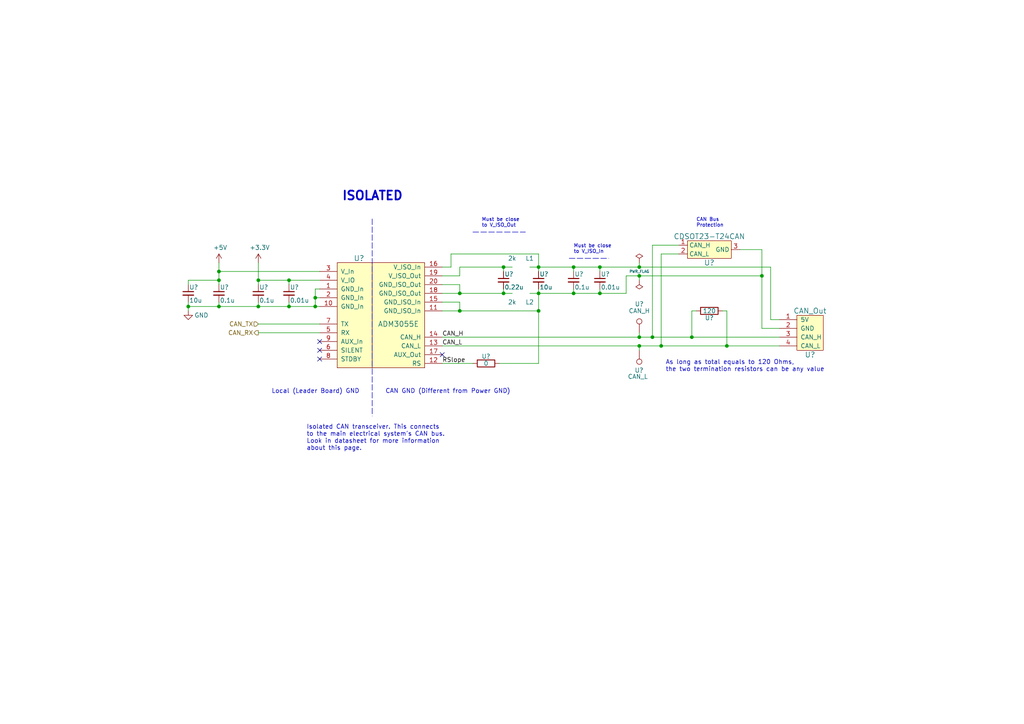
<source format=kicad_sch>
(kicad_sch (version 20211123) (generator eeschema)

  (uuid d1aa2832-30f2-476e-b18e-71e1d7da5abc)

  (paper "A4")

  (lib_symbols
    (symbol "Connector:TestPoint" (pin_numbers hide) (pin_names (offset 0.762) hide) (in_bom yes) (on_board yes)
      (property "Reference" "TP" (id 0) (at 0 6.858 0)
        (effects (font (size 1.27 1.27)))
      )
      (property "Value" "TestPoint" (id 1) (at 0 5.08 0)
        (effects (font (size 1.27 1.27)))
      )
      (property "Footprint" "" (id 2) (at 5.08 0 0)
        (effects (font (size 1.27 1.27)) hide)
      )
      (property "Datasheet" "~" (id 3) (at 5.08 0 0)
        (effects (font (size 1.27 1.27)) hide)
      )
      (property "ki_keywords" "test point tp" (id 4) (at 0 0 0)
        (effects (font (size 1.27 1.27)) hide)
      )
      (property "ki_description" "test point" (id 5) (at 0 0 0)
        (effects (font (size 1.27 1.27)) hide)
      )
      (property "ki_fp_filters" "Pin* Test*" (id 6) (at 0 0 0)
        (effects (font (size 1.27 1.27)) hide)
      )
      (symbol "TestPoint_0_1"
        (circle (center 0 3.302) (radius 0.762)
          (stroke (width 0) (type default) (color 0 0 0 0))
          (fill (type none))
        )
      )
      (symbol "TestPoint_1_1"
        (pin passive line (at 0 0 90) (length 2.54)
          (name "1" (effects (font (size 1.27 1.27))))
          (number "1" (effects (font (size 1.27 1.27))))
        )
      )
    )
    (symbol "Device:C_Small" (pin_numbers hide) (pin_names (offset 0.254) hide) (in_bom yes) (on_board yes)
      (property "Reference" "C" (id 0) (at 0.254 1.778 0)
        (effects (font (size 1.27 1.27)) (justify left))
      )
      (property "Value" "C_Small" (id 1) (at 0.254 -2.032 0)
        (effects (font (size 1.27 1.27)) (justify left))
      )
      (property "Footprint" "" (id 2) (at 0 0 0)
        (effects (font (size 1.27 1.27)) hide)
      )
      (property "Datasheet" "~" (id 3) (at 0 0 0)
        (effects (font (size 1.27 1.27)) hide)
      )
      (property "ki_keywords" "capacitor cap" (id 4) (at 0 0 0)
        (effects (font (size 1.27 1.27)) hide)
      )
      (property "ki_description" "Unpolarized capacitor, small symbol" (id 5) (at 0 0 0)
        (effects (font (size 1.27 1.27)) hide)
      )
      (property "ki_fp_filters" "C_*" (id 6) (at 0 0 0)
        (effects (font (size 1.27 1.27)) hide)
      )
      (symbol "C_Small_0_1"
        (polyline
          (pts
            (xy -1.524 -0.508)
            (xy 1.524 -0.508)
          )
          (stroke (width 0.3302) (type default) (color 0 0 0 0))
          (fill (type none))
        )
        (polyline
          (pts
            (xy -1.524 0.508)
            (xy 1.524 0.508)
          )
          (stroke (width 0.3048) (type default) (color 0 0 0 0))
          (fill (type none))
        )
      )
      (symbol "C_Small_1_1"
        (pin passive line (at 0 2.54 270) (length 2.032)
          (name "~" (effects (font (size 1.27 1.27))))
          (number "1" (effects (font (size 1.27 1.27))))
        )
        (pin passive line (at 0 -2.54 90) (length 2.032)
          (name "~" (effects (font (size 1.27 1.27))))
          (number "2" (effects (font (size 1.27 1.27))))
        )
      )
    )
    (symbol "Device:R" (pin_numbers hide) (pin_names (offset 0)) (in_bom yes) (on_board yes)
      (property "Reference" "R" (id 0) (at 2.032 0 90)
        (effects (font (size 1.27 1.27)))
      )
      (property "Value" "R" (id 1) (at 0 0 90)
        (effects (font (size 1.27 1.27)))
      )
      (property "Footprint" "" (id 2) (at -1.778 0 90)
        (effects (font (size 1.27 1.27)) hide)
      )
      (property "Datasheet" "~" (id 3) (at 0 0 0)
        (effects (font (size 1.27 1.27)) hide)
      )
      (property "ki_keywords" "R res resistor" (id 4) (at 0 0 0)
        (effects (font (size 1.27 1.27)) hide)
      )
      (property "ki_description" "Resistor" (id 5) (at 0 0 0)
        (effects (font (size 1.27 1.27)) hide)
      )
      (property "ki_fp_filters" "R_*" (id 6) (at 0 0 0)
        (effects (font (size 1.27 1.27)) hide)
      )
      (symbol "R_0_1"
        (rectangle (start -1.016 -2.54) (end 1.016 2.54)
          (stroke (width 0.254) (type default) (color 0 0 0 0))
          (fill (type none))
        )
      )
      (symbol "R_1_1"
        (pin passive line (at 0 3.81 270) (length 1.27)
          (name "~" (effects (font (size 1.27 1.27))))
          (number "1" (effects (font (size 1.27 1.27))))
        )
        (pin passive line (at 0 -3.81 90) (length 1.27)
          (name "~" (effects (font (size 1.27 1.27))))
          (number "2" (effects (font (size 1.27 1.27))))
        )
      )
    )
    (symbol "power:+3.3V" (power) (pin_names (offset 0)) (in_bom yes) (on_board yes)
      (property "Reference" "#PWR" (id 0) (at 0 -3.81 0)
        (effects (font (size 1.27 1.27)) hide)
      )
      (property "Value" "+3.3V" (id 1) (at 0 3.556 0)
        (effects (font (size 1.27 1.27)))
      )
      (property "Footprint" "" (id 2) (at 0 0 0)
        (effects (font (size 1.27 1.27)) hide)
      )
      (property "Datasheet" "" (id 3) (at 0 0 0)
        (effects (font (size 1.27 1.27)) hide)
      )
      (property "ki_keywords" "power-flag" (id 4) (at 0 0 0)
        (effects (font (size 1.27 1.27)) hide)
      )
      (property "ki_description" "Power symbol creates a global label with name \"+3.3V\"" (id 5) (at 0 0 0)
        (effects (font (size 1.27 1.27)) hide)
      )
      (symbol "+3.3V_0_1"
        (polyline
          (pts
            (xy -0.762 1.27)
            (xy 0 2.54)
          )
          (stroke (width 0) (type default) (color 0 0 0 0))
          (fill (type none))
        )
        (polyline
          (pts
            (xy 0 0)
            (xy 0 2.54)
          )
          (stroke (width 0) (type default) (color 0 0 0 0))
          (fill (type none))
        )
        (polyline
          (pts
            (xy 0 2.54)
            (xy 0.762 1.27)
          )
          (stroke (width 0) (type default) (color 0 0 0 0))
          (fill (type none))
        )
      )
      (symbol "+3.3V_1_1"
        (pin power_in line (at 0 0 90) (length 0) hide
          (name "+3.3V" (effects (font (size 1.27 1.27))))
          (number "1" (effects (font (size 1.27 1.27))))
        )
      )
    )
    (symbol "power:+5V" (power) (pin_names (offset 0)) (in_bom yes) (on_board yes)
      (property "Reference" "#PWR" (id 0) (at 0 -3.81 0)
        (effects (font (size 1.27 1.27)) hide)
      )
      (property "Value" "+5V" (id 1) (at 0 3.556 0)
        (effects (font (size 1.27 1.27)))
      )
      (property "Footprint" "" (id 2) (at 0 0 0)
        (effects (font (size 1.27 1.27)) hide)
      )
      (property "Datasheet" "" (id 3) (at 0 0 0)
        (effects (font (size 1.27 1.27)) hide)
      )
      (property "ki_keywords" "power-flag" (id 4) (at 0 0 0)
        (effects (font (size 1.27 1.27)) hide)
      )
      (property "ki_description" "Power symbol creates a global label with name \"+5V\"" (id 5) (at 0 0 0)
        (effects (font (size 1.27 1.27)) hide)
      )
      (symbol "+5V_0_1"
        (polyline
          (pts
            (xy -0.762 1.27)
            (xy 0 2.54)
          )
          (stroke (width 0) (type default) (color 0 0 0 0))
          (fill (type none))
        )
        (polyline
          (pts
            (xy 0 0)
            (xy 0 2.54)
          )
          (stroke (width 0) (type default) (color 0 0 0 0))
          (fill (type none))
        )
        (polyline
          (pts
            (xy 0 2.54)
            (xy 0.762 1.27)
          )
          (stroke (width 0) (type default) (color 0 0 0 0))
          (fill (type none))
        )
      )
      (symbol "+5V_1_1"
        (pin power_in line (at 0 0 90) (length 0) hide
          (name "+5V" (effects (font (size 1.27 1.27))))
          (number "1" (effects (font (size 1.27 1.27))))
        )
      )
    )
    (symbol "power:GND" (power) (pin_names (offset 0)) (in_bom yes) (on_board yes)
      (property "Reference" "#PWR" (id 0) (at 0 -6.35 0)
        (effects (font (size 1.27 1.27)) hide)
      )
      (property "Value" "GND" (id 1) (at 0 -3.81 0)
        (effects (font (size 1.27 1.27)))
      )
      (property "Footprint" "" (id 2) (at 0 0 0)
        (effects (font (size 1.27 1.27)) hide)
      )
      (property "Datasheet" "" (id 3) (at 0 0 0)
        (effects (font (size 1.27 1.27)) hide)
      )
      (property "ki_keywords" "power-flag" (id 4) (at 0 0 0)
        (effects (font (size 1.27 1.27)) hide)
      )
      (property "ki_description" "Power symbol creates a global label with name \"GND\" , ground" (id 5) (at 0 0 0)
        (effects (font (size 1.27 1.27)) hide)
      )
      (symbol "GND_0_1"
        (polyline
          (pts
            (xy 0 0)
            (xy 0 -1.27)
            (xy 1.27 -1.27)
            (xy 0 -2.54)
            (xy -1.27 -1.27)
            (xy 0 -1.27)
          )
          (stroke (width 0) (type default) (color 0 0 0 0))
          (fill (type none))
        )
      )
      (symbol "GND_1_1"
        (pin power_in line (at 0 0 270) (length 0) hide
          (name "GND" (effects (font (size 1.27 1.27))))
          (number "1" (effects (font (size 1.27 1.27))))
        )
      )
    )
    (symbol "power:PWR_FLAG" (power) (pin_numbers hide) (pin_names (offset 0) hide) (in_bom yes) (on_board yes)
      (property "Reference" "#FLG" (id 0) (at 0 1.905 0)
        (effects (font (size 1.27 1.27)) hide)
      )
      (property "Value" "PWR_FLAG" (id 1) (at 0 3.81 0)
        (effects (font (size 1.27 1.27)))
      )
      (property "Footprint" "" (id 2) (at 0 0 0)
        (effects (font (size 1.27 1.27)) hide)
      )
      (property "Datasheet" "~" (id 3) (at 0 0 0)
        (effects (font (size 1.27 1.27)) hide)
      )
      (property "ki_keywords" "power-flag" (id 4) (at 0 0 0)
        (effects (font (size 1.27 1.27)) hide)
      )
      (property "ki_description" "Special symbol for telling ERC where power comes from" (id 5) (at 0 0 0)
        (effects (font (size 1.27 1.27)) hide)
      )
      (symbol "PWR_FLAG_0_0"
        (pin power_out line (at 0 0 90) (length 0)
          (name "pwr" (effects (font (size 1.27 1.27))))
          (number "1" (effects (font (size 1.27 1.27))))
        )
      )
      (symbol "PWR_FLAG_0_1"
        (polyline
          (pts
            (xy 0 0)
            (xy 0 1.27)
            (xy -1.016 1.905)
            (xy 0 2.54)
            (xy 1.016 1.905)
            (xy 0 1.27)
          )
          (stroke (width 0) (type default) (color 0 0 0 0))
          (fill (type none))
        )
      )
    )
    (symbol "utsvt-chips:ADM3055E" (pin_names (offset 1.016)) (in_bom yes) (on_board yes)
      (property "Reference" "U" (id 0) (at 0 16.51 0)
        (effects (font (size 1.524 1.524)))
      )
      (property "Value" "ADM3055E" (id 1) (at 5.08 -2.54 0)
        (effects (font (size 1.524 1.524)))
      )
      (property "Footprint" "UTSVT_ICs:SOIC-20W_7.5x15.4mm_Pitch1.27mm" (id 2) (at 0 2.54 0)
        (effects (font (size 1.524 1.524)) hide)
      )
      (property "Datasheet" "" (id 3) (at 0 2.54 0)
        (effects (font (size 1.524 1.524)) hide)
      )
      (property "ki_description" "Isolating CAN Transceiver with Integrated Power Regulator" (id 4) (at 0 0 0)
        (effects (font (size 1.27 1.27)) hide)
      )
      (symbol "ADM3055E_0_1"
        (rectangle (start -12.7 15.24) (end 12.7 -15.24)
          (stroke (width 0) (type default) (color 0 0 0 0))
          (fill (type background))
        )
        (polyline
          (pts
            (xy -2.54 15.24)
            (xy -2.54 -15.24)
          )
          (stroke (width 0) (type default) (color 0 0 0 0))
          (fill (type none))
        )
      )
      (symbol "ADM3055E_1_1"
        (pin power_in line (at -17.78 7.62 0) (length 5.08)
          (name "GND_In" (effects (font (size 1.27 1.27))))
          (number "1" (effects (font (size 1.27 1.27))))
        )
        (pin power_in line (at -17.78 2.54 0) (length 5.08)
          (name "GND_In" (effects (font (size 1.27 1.27))))
          (number "10" (effects (font (size 1.27 1.27))))
        )
        (pin power_in line (at 17.78 1.27 180) (length 5.08)
          (name "GND_ISO_In" (effects (font (size 1.27 1.27))))
          (number "11" (effects (font (size 1.27 1.27))))
        )
        (pin input line (at 17.78 -13.97 180) (length 5.08)
          (name "RS" (effects (font (size 1.27 1.27))))
          (number "12" (effects (font (size 1.27 1.27))))
        )
        (pin bidirectional line (at 17.78 -8.89 180) (length 5.08)
          (name "CAN_L" (effects (font (size 1.27 1.27))))
          (number "13" (effects (font (size 1.27 1.27))))
        )
        (pin bidirectional line (at 17.78 -6.35 180) (length 5.08)
          (name "CAN_H" (effects (font (size 1.27 1.27))))
          (number "14" (effects (font (size 1.27 1.27))))
        )
        (pin power_in line (at 17.78 3.81 180) (length 5.08)
          (name "GND_ISO_In" (effects (font (size 1.27 1.27))))
          (number "15" (effects (font (size 1.27 1.27))))
        )
        (pin power_in line (at 17.78 13.97 180) (length 5.08)
          (name "V_ISO_In" (effects (font (size 1.27 1.27))))
          (number "16" (effects (font (size 1.27 1.27))))
        )
        (pin output line (at 17.78 -11.43 180) (length 5.08)
          (name "AUX_Out" (effects (font (size 1.27 1.27))))
          (number "17" (effects (font (size 1.27 1.27))))
        )
        (pin power_out line (at 17.78 6.35 180) (length 5.08)
          (name "GND_ISO_Out" (effects (font (size 1.27 1.27))))
          (number "18" (effects (font (size 1.27 1.27))))
        )
        (pin power_out line (at 17.78 11.43 180) (length 5.08)
          (name "V_ISO_Out" (effects (font (size 1.27 1.27))))
          (number "19" (effects (font (size 1.27 1.27))))
        )
        (pin power_in line (at -17.78 5.08 0) (length 5.08)
          (name "GND_In" (effects (font (size 1.27 1.27))))
          (number "2" (effects (font (size 1.27 1.27))))
        )
        (pin power_out line (at 17.78 8.89 180) (length 5.08)
          (name "GND_ISO_Out" (effects (font (size 1.27 1.27))))
          (number "20" (effects (font (size 1.27 1.27))))
        )
        (pin power_in line (at -17.78 12.7 0) (length 5.08)
          (name "V_In" (effects (font (size 1.27 1.27))))
          (number "3" (effects (font (size 1.27 1.27))))
        )
        (pin power_in line (at -17.78 10.16 0) (length 5.08)
          (name "V_IO" (effects (font (size 1.27 1.27))))
          (number "4" (effects (font (size 1.27 1.27))))
        )
        (pin output line (at -17.78 -5.08 0) (length 5.08)
          (name "RX" (effects (font (size 1.27 1.27))))
          (number "5" (effects (font (size 1.27 1.27))))
        )
        (pin input line (at -17.78 -10.16 0) (length 5.08)
          (name "SILENT" (effects (font (size 1.27 1.27))))
          (number "6" (effects (font (size 1.27 1.27))))
        )
        (pin input line (at -17.78 -2.54 0) (length 5.08)
          (name "TX" (effects (font (size 1.27 1.27))))
          (number "7" (effects (font (size 1.27 1.27))))
        )
        (pin input line (at -17.78 -12.7 0) (length 5.08)
          (name "STDBY" (effects (font (size 1.27 1.27))))
          (number "8" (effects (font (size 1.27 1.27))))
        )
        (pin input line (at -17.78 -7.62 0) (length 5.08)
          (name "AUX_In" (effects (font (size 1.27 1.27))))
          (number "9" (effects (font (size 1.27 1.27))))
        )
      )
    )
    (symbol "utsvt-chips:CDSOT23-T24CAN" (in_bom yes) (on_board yes)
      (property "Reference" "U" (id 0) (at 0 -3.81 0)
        (effects (font (size 1.524 1.524)))
      )
      (property "Value" "CDSOT23-T24CAN" (id 1) (at 0 3.81 0)
        (effects (font (size 1.524 1.524)))
      )
      (property "Footprint" "Package_TO_SOT_SMD:SOT-23W" (id 2) (at 0 0 0)
        (effects (font (size 1.524 1.524)) hide)
      )
      (property "Datasheet" "" (id 3) (at 0 0 0)
        (effects (font (size 1.524 1.524)) hide)
      )
      (property "ki_description" "CAN Bus Protector" (id 4) (at 0 0 0)
        (effects (font (size 1.27 1.27)) hide)
      )
      (symbol "CDSOT23-T24CAN_0_1"
        (rectangle (start 6.35 2.54) (end -6.35 -2.54)
          (stroke (width 0) (type default) (color 0 0 0 0))
          (fill (type background))
        )
      )
      (symbol "CDSOT23-T24CAN_1_1"
        (pin passive line (at -8.89 1.27 0) (length 2.54)
          (name "CAN_H" (effects (font (size 1.27 1.27))))
          (number "1" (effects (font (size 1.27 1.27))))
        )
        (pin passive line (at -8.89 -1.27 0) (length 2.54)
          (name "CAN_L" (effects (font (size 1.27 1.27))))
          (number "2" (effects (font (size 1.27 1.27))))
        )
        (pin passive line (at 8.89 0 180) (length 2.54)
          (name "GND" (effects (font (size 1.27 1.27))))
          (number "3" (effects (font (size 1.27 1.27))))
        )
      )
    )
    (symbol "utsvt-connectors:CANConnector" (pin_names (offset 1.016)) (in_bom yes) (on_board yes)
      (property "Reference" "J" (id 0) (at 0 -6.35 0)
        (effects (font (size 1.524 1.524)))
      )
      (property "Value" "CANConnector" (id 1) (at 0 6.35 0)
        (effects (font (size 1.524 1.524)))
      )
      (property "Footprint" "" (id 2) (at 3.81 7.62 0)
        (effects (font (size 1.524 1.524)) hide)
      )
      (property "Datasheet" "" (id 3) (at 3.81 7.62 0)
        (effects (font (size 1.524 1.524)) hide)
      )
      (property "ki_description" "Connection to the car's CAN bus." (id 4) (at 0 0 0)
        (effects (font (size 1.27 1.27)) hide)
      )
      (symbol "CANConnector_0_1"
        (rectangle (start 3.81 5.08) (end -3.81 -5.08)
          (stroke (width 0) (type default) (color 0 0 0 0))
          (fill (type background))
        )
      )
      (symbol "CANConnector_1_1"
        (pin power_in line (at 8.89 3.81 180) (length 5.08)
          (name "5V" (effects (font (size 1.27 1.27))))
          (number "1" (effects (font (size 1.27 1.27))))
        )
        (pin power_in line (at 8.89 1.27 180) (length 5.08)
          (name "GND" (effects (font (size 1.27 1.27))))
          (number "2" (effects (font (size 1.27 1.27))))
        )
        (pin bidirectional line (at 8.89 -1.27 180) (length 5.08)
          (name "CAN_H" (effects (font (size 1.27 1.27))))
          (number "3" (effects (font (size 1.27 1.27))))
        )
        (pin bidirectional line (at 8.89 -3.81 180) (length 5.08)
          (name "CAN_L" (effects (font (size 1.27 1.27))))
          (number "4" (effects (font (size 1.27 1.27))))
        )
      )
    )
  )

  (junction (at 210.82 100.33) (diameter 0) (color 0 0 0 0)
    (uuid 081be228-adcd-4d63-9297-0aed88a05ec3)
  )
  (junction (at 173.99 85.09) (diameter 0) (color 0 0 0 0)
    (uuid 0c9ad382-5306-47f7-96df-4bacd8a58ef9)
  )
  (junction (at 74.93 81.28) (diameter 0) (color 0 0 0 0)
    (uuid 15a38687-1316-432e-bd33-2a81576d7bb0)
  )
  (junction (at 54.61 88.9) (diameter 0) (color 0 0 0 0)
    (uuid 21213907-2724-4d6f-9a6f-e4d9e948ad39)
  )
  (junction (at 166.37 77.47) (diameter 0) (color 0 0 0 0)
    (uuid 25113aca-47ab-4e70-967e-9b77864a9ce4)
  )
  (junction (at 83.82 81.28) (diameter 0) (color 0 0 0 0)
    (uuid 31129bf0-a372-4940-820e-f153d9f1858c)
  )
  (junction (at 63.5 81.28) (diameter 0) (color 0 0 0 0)
    (uuid 3a7aad88-9d6b-4bbd-8ed9-d710552e8168)
  )
  (junction (at 200.66 97.79) (diameter 0) (color 0 0 0 0)
    (uuid 3f3fbc0b-5a8b-4c5d-9f95-b18d46d76c0f)
  )
  (junction (at 91.44 86.36) (diameter 0) (color 0 0 0 0)
    (uuid 4216b188-15f0-4943-84c2-b4c3963372f4)
  )
  (junction (at 83.82 88.9) (diameter 0) (color 0 0 0 0)
    (uuid 4456f0b1-8ccb-4b96-91e3-3f0a45c01605)
  )
  (junction (at 74.93 88.9) (diameter 0) (color 0 0 0 0)
    (uuid 46507ac2-7eeb-44a3-9a54-d2fbc18da633)
  )
  (junction (at 166.37 85.09) (diameter 0) (color 0 0 0 0)
    (uuid 4bf3a719-1b72-4def-9496-ac8be93f66f9)
  )
  (junction (at 185.42 77.47) (diameter 0) (color 0 0 0 0)
    (uuid 51dcf15d-a586-4aa3-91ab-7baa5166d084)
  )
  (junction (at 146.05 85.09) (diameter 0) (color 0 0 0 0)
    (uuid 5990f3d8-82d3-4c24-8b10-e7b9b3b6979b)
  )
  (junction (at 146.05 77.47) (diameter 0) (color 0 0 0 0)
    (uuid 64885859-63e1-4887-90f8-35082aa2f05d)
  )
  (junction (at 191.77 100.33) (diameter 0) (color 0 0 0 0)
    (uuid 6927e50a-3044-4f1f-bcd0-1ca5b1998c54)
  )
  (junction (at 185.42 100.33) (diameter 0) (color 0 0 0 0)
    (uuid 783ad466-7010-4c99-8450-76baa6d31112)
  )
  (junction (at 133.35 85.09) (diameter 0) (color 0 0 0 0)
    (uuid 786ca29f-e693-43b7-b92b-18520b557cd7)
  )
  (junction (at 63.5 78.74) (diameter 0) (color 0 0 0 0)
    (uuid 8cf6daf6-a984-477d-89ee-d366dd8142cf)
  )
  (junction (at 185.42 97.79) (diameter 0) (color 0 0 0 0)
    (uuid 96021c66-2074-4ee6-ab7a-8216ce5763ca)
  )
  (junction (at 156.21 85.09) (diameter 0) (color 0 0 0 0)
    (uuid 97f0330c-4212-40ef-a38d-21606d2a3c49)
  )
  (junction (at 189.23 97.79) (diameter 0) (color 0 0 0 0)
    (uuid ad290626-03b7-4f1b-a987-bf817124930e)
  )
  (junction (at 91.44 88.9) (diameter 0) (color 0 0 0 0)
    (uuid b5542c1a-2e2c-4667-90f2-856d2e98b010)
  )
  (junction (at 220.98 80.01) (diameter 0) (color 0 0 0 0)
    (uuid bd9926dc-7c60-408b-825c-339b7dcfe705)
  )
  (junction (at 156.21 90.17) (diameter 0) (color 0 0 0 0)
    (uuid c9dfaffb-eaac-4929-8b7b-15841d399b1e)
  )
  (junction (at 173.99 77.47) (diameter 0) (color 0 0 0 0)
    (uuid cee15afe-c26b-4962-b30d-eb4b4ef9d59b)
  )
  (junction (at 63.5 88.9) (diameter 0) (color 0 0 0 0)
    (uuid dec3ce76-0373-4949-9a46-6e1f20c6113a)
  )
  (junction (at 133.35 90.17) (diameter 0) (color 0 0 0 0)
    (uuid e0ae80f9-aa98-440d-8d48-5ba63e7c3049)
  )
  (junction (at 185.42 80.01) (diameter 0) (color 0 0 0 0)
    (uuid f391a2af-fdad-4352-8578-7643c8b81e31)
  )
  (junction (at 156.21 77.47) (diameter 0) (color 0 0 0 0)
    (uuid f9be2716-e3b2-42a0-93eb-9de5a75fdc1d)
  )

  (no_connect (at 128.27 102.87) (uuid 56910f94-14b2-46b1-82f3-059b5bf26c28))
  (no_connect (at 92.71 99.06) (uuid 86e19728-577d-4c24-9143-f49b6bd7b1ea))
  (no_connect (at 92.71 101.6) (uuid 92996f28-010e-41f4-8644-e9bb1d21988c))
  (no_connect (at 92.71 104.14) (uuid b7b110a4-6bee-496e-b25d-8c60daa2781f))

  (wire (pts (xy 173.99 78.74) (xy 173.99 77.47))
    (stroke (width 0) (type default) (color 0 0 0 0))
    (uuid 02e96d7b-9963-4bc8-be7a-c1a1437eff86)
  )
  (wire (pts (xy 63.5 78.74) (xy 92.71 78.74))
    (stroke (width 0) (type default) (color 0 0 0 0))
    (uuid 03b7716e-2f18-474d-b4d8-79218be15707)
  )
  (wire (pts (xy 83.82 88.9) (xy 91.44 88.9))
    (stroke (width 0) (type default) (color 0 0 0 0))
    (uuid 07c6f400-7911-4092-ae61-111642eb4095)
  )
  (wire (pts (xy 191.77 73.66) (xy 191.77 100.33))
    (stroke (width 0) (type default) (color 0 0 0 0))
    (uuid 08436e35-090d-4ce5-8485-4ab8abbac4d4)
  )
  (wire (pts (xy 185.42 101.6) (xy 185.42 100.33))
    (stroke (width 0) (type default) (color 0 0 0 0))
    (uuid 0a2ee9c6-dc9b-4f5a-bac2-08749c43db48)
  )
  (wire (pts (xy 74.93 81.28) (xy 83.82 81.28))
    (stroke (width 0) (type default) (color 0 0 0 0))
    (uuid 0bbe79c2-035b-420a-a3fe-552757d343b7)
  )
  (wire (pts (xy 173.99 77.47) (xy 185.42 77.47))
    (stroke (width 0) (type default) (color 0 0 0 0))
    (uuid 0e55a87c-df3a-42b1-b154-dbe14a34cb6f)
  )
  (wire (pts (xy 200.66 97.79) (xy 226.06 97.79))
    (stroke (width 0) (type default) (color 0 0 0 0))
    (uuid 0f4b37d7-1367-43d0-b826-ee297fc54469)
  )
  (wire (pts (xy 156.21 77.47) (xy 166.37 77.47))
    (stroke (width 0) (type default) (color 0 0 0 0))
    (uuid 14c93534-a9d4-4324-9add-4b2ceefb6627)
  )
  (wire (pts (xy 91.44 83.82) (xy 91.44 86.36))
    (stroke (width 0) (type default) (color 0 0 0 0))
    (uuid 156e9243-499f-444d-a5ec-587a0bed15cb)
  )
  (wire (pts (xy 214.63 72.39) (xy 220.98 72.39))
    (stroke (width 0) (type default) (color 0 0 0 0))
    (uuid 190fd094-849e-4ccd-b2c8-e316bfa4861b)
  )
  (wire (pts (xy 185.42 100.33) (xy 191.77 100.33))
    (stroke (width 0) (type default) (color 0 0 0 0))
    (uuid 1a254097-ca24-43aa-8a95-18208d4932dc)
  )
  (wire (pts (xy 166.37 85.09) (xy 173.99 85.09))
    (stroke (width 0) (type default) (color 0 0 0 0))
    (uuid 1a9ae812-7138-4319-a212-b23a4f9e05e5)
  )
  (wire (pts (xy 220.98 95.25) (xy 226.06 95.25))
    (stroke (width 0) (type default) (color 0 0 0 0))
    (uuid 1e501c69-c42a-45f6-bbda-b49cad4dbfeb)
  )
  (wire (pts (xy 223.52 92.71) (xy 226.06 92.71))
    (stroke (width 0) (type default) (color 0 0 0 0))
    (uuid 20f6c4f6-0a4e-4e34-bd32-ead0d1470305)
  )
  (polyline (pts (xy 107.95 63.5) (xy 107.95 120.65))
    (stroke (width 0) (type default) (color 0 0 0 0))
    (uuid 22bc9327-2652-4f3f-8a2b-85765a7b94e5)
  )

  (wire (pts (xy 63.5 81.28) (xy 63.5 82.55))
    (stroke (width 0) (type default) (color 0 0 0 0))
    (uuid 24eae6f5-03ca-4654-b813-26ef463ebee4)
  )
  (wire (pts (xy 133.35 82.55) (xy 133.35 85.09))
    (stroke (width 0) (type default) (color 0 0 0 0))
    (uuid 29e1d786-cc7b-4cbb-beab-f5c7a03cb893)
  )
  (wire (pts (xy 185.42 77.47) (xy 185.42 76.2))
    (stroke (width 0) (type default) (color 0 0 0 0))
    (uuid 2ab16371-ff51-4cf7-8eb6-1380abad95b1)
  )
  (wire (pts (xy 189.23 97.79) (xy 200.66 97.79))
    (stroke (width 0) (type default) (color 0 0 0 0))
    (uuid 2b2168ed-2cf9-46d2-9969-62ca4aa2caf8)
  )
  (wire (pts (xy 63.5 88.9) (xy 74.93 88.9))
    (stroke (width 0) (type default) (color 0 0 0 0))
    (uuid 2f04b96e-14f1-430a-8132-bf040b952fdd)
  )
  (wire (pts (xy 54.61 81.28) (xy 54.61 82.55))
    (stroke (width 0) (type default) (color 0 0 0 0))
    (uuid 2fb2a8fa-646f-45bd-adbc-7b7089474b6b)
  )
  (wire (pts (xy 156.21 73.66) (xy 156.21 77.47))
    (stroke (width 0) (type default) (color 0 0 0 0))
    (uuid 356eb65b-da04-4db0-b407-2dc0cac91e41)
  )
  (wire (pts (xy 156.21 77.47) (xy 156.21 78.74))
    (stroke (width 0) (type default) (color 0 0 0 0))
    (uuid 35927fda-1823-4692-bd1b-ff97b6c32e4e)
  )
  (wire (pts (xy 210.82 100.33) (xy 226.06 100.33))
    (stroke (width 0) (type default) (color 0 0 0 0))
    (uuid 39be657f-7cb8-4bbc-8d64-2547ed847bbc)
  )
  (wire (pts (xy 83.82 81.28) (xy 92.71 81.28))
    (stroke (width 0) (type default) (color 0 0 0 0))
    (uuid 3ccb010a-726a-414a-9b4d-ee9db07fdcfb)
  )
  (wire (pts (xy 130.81 77.47) (xy 128.27 77.47))
    (stroke (width 0) (type default) (color 0 0 0 0))
    (uuid 3d0dc966-6498-4e8b-8b6d-a88b126dc40c)
  )
  (wire (pts (xy 74.93 82.55) (xy 74.93 81.28))
    (stroke (width 0) (type default) (color 0 0 0 0))
    (uuid 3d4ec62e-e60c-44fe-bd68-b15bde0a8e0e)
  )
  (wire (pts (xy 92.71 83.82) (xy 91.44 83.82))
    (stroke (width 0) (type default) (color 0 0 0 0))
    (uuid 3da29ab4-aeb1-47ee-a826-d05360e3d54d)
  )
  (wire (pts (xy 146.05 85.09) (xy 146.05 83.82))
    (stroke (width 0) (type default) (color 0 0 0 0))
    (uuid 3e72c9eb-c54c-477c-9ef1-0dd94c2d32df)
  )
  (wire (pts (xy 166.37 78.74) (xy 166.37 77.47))
    (stroke (width 0) (type default) (color 0 0 0 0))
    (uuid 3efc869f-7dbc-49e7-a831-ca5179698340)
  )
  (wire (pts (xy 91.44 86.36) (xy 92.71 86.36))
    (stroke (width 0) (type default) (color 0 0 0 0))
    (uuid 45c7d2c9-e68b-4d3d-b3bc-6b0c492a8f06)
  )
  (wire (pts (xy 74.93 88.9) (xy 83.82 88.9))
    (stroke (width 0) (type default) (color 0 0 0 0))
    (uuid 4c18cd88-d910-4a51-808c-b2bdda48eae0)
  )
  (wire (pts (xy 54.61 81.28) (xy 63.5 81.28))
    (stroke (width 0) (type default) (color 0 0 0 0))
    (uuid 5187b1ee-a5e4-41ae-8d0d-dc4e6fdfe4f1)
  )
  (wire (pts (xy 220.98 72.39) (xy 220.98 80.01))
    (stroke (width 0) (type default) (color 0 0 0 0))
    (uuid 55c65c14-e8b3-4dd7-9bae-c45b255296ca)
  )
  (wire (pts (xy 200.66 90.17) (xy 200.66 97.79))
    (stroke (width 0) (type default) (color 0 0 0 0))
    (uuid 56f168f7-fed3-4c82-893c-b0f85bddc595)
  )
  (wire (pts (xy 133.35 85.09) (xy 146.05 85.09))
    (stroke (width 0) (type default) (color 0 0 0 0))
    (uuid 5d17a5f5-ff3e-400e-87b1-6fb49df0cb53)
  )
  (wire (pts (xy 128.27 85.09) (xy 133.35 85.09))
    (stroke (width 0) (type default) (color 0 0 0 0))
    (uuid 5d37f082-0652-4674-a7a6-b2c372ed1800)
  )
  (wire (pts (xy 156.21 83.82) (xy 156.21 85.09))
    (stroke (width 0) (type default) (color 0 0 0 0))
    (uuid 5eeda209-acaa-46ab-8816-18e4d4876522)
  )
  (wire (pts (xy 133.35 77.47) (xy 133.35 80.01))
    (stroke (width 0) (type default) (color 0 0 0 0))
    (uuid 623a799b-878f-4999-a097-1ed8390c6ae1)
  )
  (wire (pts (xy 128.27 90.17) (xy 133.35 90.17))
    (stroke (width 0) (type default) (color 0 0 0 0))
    (uuid 65f906ec-075b-49a2-97dd-22eab6afaacd)
  )
  (wire (pts (xy 144.78 105.41) (xy 156.21 105.41))
    (stroke (width 0) (type default) (color 0 0 0 0))
    (uuid 672a6ae3-3abb-4274-a0e9-8cc072555a97)
  )
  (wire (pts (xy 201.93 90.17) (xy 200.66 90.17))
    (stroke (width 0) (type default) (color 0 0 0 0))
    (uuid 6eea8877-dc91-4aa8-baec-46a2d4d6c001)
  )
  (wire (pts (xy 63.5 87.63) (xy 63.5 88.9))
    (stroke (width 0) (type default) (color 0 0 0 0))
    (uuid 70ef3b76-d62d-4b38-b8fb-d59bd08f6fe0)
  )
  (wire (pts (xy 191.77 100.33) (xy 210.82 100.33))
    (stroke (width 0) (type default) (color 0 0 0 0))
    (uuid 726d986b-30ce-4487-84ae-3ad11bf7c0c7)
  )
  (wire (pts (xy 91.44 86.36) (xy 91.44 88.9))
    (stroke (width 0) (type default) (color 0 0 0 0))
    (uuid 72ab23ed-020c-45a1-85dd-9bc904b9317a)
  )
  (wire (pts (xy 210.82 90.17) (xy 210.82 100.33))
    (stroke (width 0) (type default) (color 0 0 0 0))
    (uuid 73781450-882c-43a8-96cd-d603fd95db10)
  )
  (wire (pts (xy 146.05 85.09) (xy 148.59 85.09))
    (stroke (width 0) (type default) (color 0 0 0 0))
    (uuid 766de0bc-f85f-46fd-8223-b88d81030bb6)
  )
  (wire (pts (xy 185.42 81.28) (xy 185.42 80.01))
    (stroke (width 0) (type default) (color 0 0 0 0))
    (uuid 77df7962-6bb7-4d70-9ccf-12edb5eb2650)
  )
  (wire (pts (xy 133.35 90.17) (xy 156.21 90.17))
    (stroke (width 0) (type default) (color 0 0 0 0))
    (uuid 785e14ed-9d05-4eea-8ac2-92597ed74b97)
  )
  (wire (pts (xy 189.23 71.12) (xy 189.23 97.79))
    (stroke (width 0) (type default) (color 0 0 0 0))
    (uuid 7aa51f3d-3d01-4109-a314-fa23872ef552)
  )
  (wire (pts (xy 209.55 90.17) (xy 210.82 90.17))
    (stroke (width 0) (type default) (color 0 0 0 0))
    (uuid 7ac0ae50-9f57-4fd7-bfe5-3208bbe14c03)
  )
  (wire (pts (xy 196.85 71.12) (xy 189.23 71.12))
    (stroke (width 0) (type default) (color 0 0 0 0))
    (uuid 7faeafd3-9ac0-4eb6-b802-03b194d47d34)
  )
  (wire (pts (xy 130.81 73.66) (xy 130.81 77.47))
    (stroke (width 0) (type default) (color 0 0 0 0))
    (uuid 89d42444-5ca5-4b3b-b3b8-7564492a1c35)
  )
  (wire (pts (xy 223.52 77.47) (xy 223.52 92.71))
    (stroke (width 0) (type default) (color 0 0 0 0))
    (uuid 8ae3f762-9922-4bdf-8104-3db3a73779eb)
  )
  (wire (pts (xy 173.99 83.82) (xy 173.99 85.09))
    (stroke (width 0) (type default) (color 0 0 0 0))
    (uuid 8b84946f-7441-4dcf-b700-936cb67476d6)
  )
  (polyline (pts (xy 165.1 74.93) (xy 176.53 74.93))
    (stroke (width 0) (type default) (color 0 0 0 0))
    (uuid 8eb95ef1-ca81-4904-acc3-e9cc5e621059)
  )

  (wire (pts (xy 185.42 77.47) (xy 223.52 77.47))
    (stroke (width 0) (type default) (color 0 0 0 0))
    (uuid 9518e47e-84c3-4227-aad2-d91be12952ee)
  )
  (wire (pts (xy 185.42 80.01) (xy 220.98 80.01))
    (stroke (width 0) (type default) (color 0 0 0 0))
    (uuid 95ed1bcf-0292-4e2c-8a37-1d380aad3a43)
  )
  (wire (pts (xy 173.99 85.09) (xy 181.61 85.09))
    (stroke (width 0) (type default) (color 0 0 0 0))
    (uuid 996fd22b-2d13-48d6-b8ab-d07c5bf48376)
  )
  (wire (pts (xy 185.42 96.52) (xy 185.42 97.79))
    (stroke (width 0) (type default) (color 0 0 0 0))
    (uuid 9bb67bb7-8998-4a38-8bd4-8b0e6eecda49)
  )
  (wire (pts (xy 83.82 88.9) (xy 83.82 87.63))
    (stroke (width 0) (type default) (color 0 0 0 0))
    (uuid 9e9d1ae2-72f8-4ae2-b08a-a3bc27bca8cd)
  )
  (wire (pts (xy 74.93 87.63) (xy 74.93 88.9))
    (stroke (width 0) (type default) (color 0 0 0 0))
    (uuid a79855cf-756a-4767-90cb-4435013dca42)
  )
  (wire (pts (xy 220.98 80.01) (xy 220.98 95.25))
    (stroke (width 0) (type default) (color 0 0 0 0))
    (uuid ac437f58-48f8-4b45-8ee9-b5db663a7f58)
  )
  (wire (pts (xy 146.05 78.74) (xy 146.05 77.47))
    (stroke (width 0) (type default) (color 0 0 0 0))
    (uuid b5ffe99d-1f39-4fae-a1c1-cb6eeddaa358)
  )
  (wire (pts (xy 63.5 76.2) (xy 63.5 78.74))
    (stroke (width 0) (type default) (color 0 0 0 0))
    (uuid b95809f7-3179-4230-85bd-33060c4bb956)
  )
  (wire (pts (xy 63.5 78.74) (xy 63.5 81.28))
    (stroke (width 0) (type default) (color 0 0 0 0))
    (uuid be0ec993-6eda-41b6-8074-1758e5c771e3)
  )
  (wire (pts (xy 153.67 77.47) (xy 156.21 77.47))
    (stroke (width 0) (type default) (color 0 0 0 0))
    (uuid c01b9dba-4161-4f55-8db6-ddf81fdeaafb)
  )
  (wire (pts (xy 54.61 88.9) (xy 63.5 88.9))
    (stroke (width 0) (type default) (color 0 0 0 0))
    (uuid c2e5e237-6ee3-4932-877f-60f99a4a0de0)
  )
  (wire (pts (xy 130.81 73.66) (xy 156.21 73.66))
    (stroke (width 0) (type default) (color 0 0 0 0))
    (uuid c362f0d1-a236-484d-a4f3-5b061a9bc3de)
  )
  (wire (pts (xy 91.44 88.9) (xy 92.71 88.9))
    (stroke (width 0) (type default) (color 0 0 0 0))
    (uuid c4a1181e-9ce3-4802-9f07-f1df578993c5)
  )
  (wire (pts (xy 83.82 81.28) (xy 83.82 82.55))
    (stroke (width 0) (type default) (color 0 0 0 0))
    (uuid c8d6ab0a-12ff-4f21-83a1-703e1319fa9f)
  )
  (wire (pts (xy 166.37 77.47) (xy 173.99 77.47))
    (stroke (width 0) (type default) (color 0 0 0 0))
    (uuid caeefee7-3989-4634-8a46-d1be8a7da4a2)
  )
  (polyline (pts (xy 137.16 67.31) (xy 152.4 67.31))
    (stroke (width 0) (type default) (color 0 0 0 0))
    (uuid cb4b403f-bcb1-48cf-b3a4-4eecdd9c6314)
  )

  (wire (pts (xy 166.37 83.82) (xy 166.37 85.09))
    (stroke (width 0) (type default) (color 0 0 0 0))
    (uuid cfd721ec-c699-4129-b0b8-9fdffe7caba1)
  )
  (wire (pts (xy 156.21 85.09) (xy 156.21 90.17))
    (stroke (width 0) (type default) (color 0 0 0 0))
    (uuid d09afc26-d1a7-411d-bafb-ff18fdea2880)
  )
  (wire (pts (xy 196.85 73.66) (xy 191.77 73.66))
    (stroke (width 0) (type default) (color 0 0 0 0))
    (uuid d28b7a7e-2160-4c11-92aa-ae8828ffb2ff)
  )
  (wire (pts (xy 133.35 87.63) (xy 128.27 87.63))
    (stroke (width 0) (type default) (color 0 0 0 0))
    (uuid d2dfa472-460d-419f-aae1-4e38c4bddce5)
  )
  (wire (pts (xy 137.16 105.41) (xy 128.27 105.41))
    (stroke (width 0) (type default) (color 0 0 0 0))
    (uuid d440705b-c6d7-4bcf-a5c3-4db8cb320fea)
  )
  (wire (pts (xy 74.93 76.2) (xy 74.93 81.28))
    (stroke (width 0) (type default) (color 0 0 0 0))
    (uuid d494353c-7a65-40a4-adee-7d130d511246)
  )
  (wire (pts (xy 54.61 90.17) (xy 54.61 88.9))
    (stroke (width 0) (type default) (color 0 0 0 0))
    (uuid dd52e756-c7b1-4ff7-b077-ed5bb32c4617)
  )
  (wire (pts (xy 133.35 82.55) (xy 128.27 82.55))
    (stroke (width 0) (type default) (color 0 0 0 0))
    (uuid de753d12-734c-4ddd-b2a1-05dba1b13fd3)
  )
  (wire (pts (xy 185.42 97.79) (xy 189.23 97.79))
    (stroke (width 0) (type default) (color 0 0 0 0))
    (uuid debb19fc-83dc-4244-9ed2-a677015f82d6)
  )
  (wire (pts (xy 133.35 77.47) (xy 146.05 77.47))
    (stroke (width 0) (type default) (color 0 0 0 0))
    (uuid e062b0e4-5bab-40a5-bd79-9652cba9b781)
  )
  (wire (pts (xy 74.93 96.52) (xy 92.71 96.52))
    (stroke (width 0) (type default) (color 0 0 0 0))
    (uuid e82d5e90-9b93-4da1-b276-1591cead84f6)
  )
  (wire (pts (xy 54.61 88.9) (xy 54.61 87.63))
    (stroke (width 0) (type default) (color 0 0 0 0))
    (uuid e9a241af-f1e8-40e6-a56a-d0ccdb21c054)
  )
  (wire (pts (xy 133.35 80.01) (xy 128.27 80.01))
    (stroke (width 0) (type default) (color 0 0 0 0))
    (uuid ea0a0eb9-2c1f-4005-ae86-68b774eeb8a4)
  )
  (wire (pts (xy 133.35 87.63) (xy 133.35 90.17))
    (stroke (width 0) (type default) (color 0 0 0 0))
    (uuid eaa1f79e-4ed4-43f0-a920-5be86ad510fa)
  )
  (wire (pts (xy 181.61 80.01) (xy 185.42 80.01))
    (stroke (width 0) (type default) (color 0 0 0 0))
    (uuid eb0239b4-42a6-4f75-b58a-5827469f696f)
  )
  (wire (pts (xy 153.67 85.09) (xy 156.21 85.09))
    (stroke (width 0) (type default) (color 0 0 0 0))
    (uuid eb58c629-8dd4-495a-8411-e5a67870ad1a)
  )
  (wire (pts (xy 128.27 97.79) (xy 185.42 97.79))
    (stroke (width 0) (type default) (color 0 0 0 0))
    (uuid ee1e4fe9-e973-4343-8c8e-74464c8e3cd5)
  )
  (wire (pts (xy 74.93 93.98) (xy 92.71 93.98))
    (stroke (width 0) (type default) (color 0 0 0 0))
    (uuid ef93339c-de88-42e0-acac-4ed210112a1b)
  )
  (wire (pts (xy 181.61 85.09) (xy 181.61 80.01))
    (stroke (width 0) (type default) (color 0 0 0 0))
    (uuid f1337a72-b5c8-438b-8bcf-4fd9d3abf8e3)
  )
  (wire (pts (xy 146.05 77.47) (xy 148.59 77.47))
    (stroke (width 0) (type default) (color 0 0 0 0))
    (uuid f556dedd-5e9a-4c24-a39e-f1346d52f489)
  )
  (wire (pts (xy 156.21 85.09) (xy 166.37 85.09))
    (stroke (width 0) (type default) (color 0 0 0 0))
    (uuid f5ac99fd-702a-4aa1-a02d-ea89e29b0b3f)
  )
  (wire (pts (xy 128.27 100.33) (xy 185.42 100.33))
    (stroke (width 0) (type default) (color 0 0 0 0))
    (uuid f8300368-108d-428b-bb81-f0e79a3052c1)
  )
  (wire (pts (xy 156.21 105.41) (xy 156.21 90.17))
    (stroke (width 0) (type default) (color 0 0 0 0))
    (uuid fa8bc192-f96e-42bf-b85b-aad6c922082c)
  )

  (text "CAN Bus\nProtection" (at 201.93 66.04 0)
    (effects (font (size 1.016 1.016)) (justify left bottom))
    (uuid 3f4af208-9984-4b49-ad38-15377fef33f5)
  )
  (text "As long as total equals to 120 Ohms,\nthe two termination resistors can be any value"
    (at 193.04 107.95 0)
    (effects (font (size 1.27 1.27)) (justify left bottom))
    (uuid 6bed1613-90bb-4c5f-95e0-ec9a1d775732)
  )
  (text "Must be close\nto V_ISO_In" (at 166.37 73.66 0)
    (effects (font (size 1.016 1.016)) (justify left bottom))
    (uuid 7be87089-e2dd-4cff-8c0b-cf60f9004501)
  )
  (text "CAN GND (Different from Power GND)" (at 111.76 114.3 0)
    (effects (font (size 1.27 1.27)) (justify left bottom))
    (uuid af856303-22d7-4ef5-872d-d95ac6a6861e)
  )
  (text "Local (Leader Board) GND" (at 78.74 114.3 0)
    (effects (font (size 1.27 1.27)) (justify left bottom))
    (uuid b2fd48a4-b84d-4033-aa5f-bf599f1d98a4)
  )
  (text "Isolated CAN transceiver. This connects\nto the main electrical system's CAN bus.\nLook in datasheet for more information\nabout this page."
    (at 88.9 130.81 0)
    (effects (font (size 1.27 1.27)) (justify left bottom))
    (uuid b4a0c427-87a2-47b5-9bbf-ee5c23b6c0c9)
  )
  (text "ISOLATED" (at 99.06 58.42 0)
    (effects (font (size 2.54 2.54) (thickness 0.508) bold) (justify left bottom))
    (uuid c6fb987b-10dc-4f8e-87a4-f8382fd96116)
  )
  (text "Must be close\nto V_ISO_Out" (at 139.7 66.04 0)
    (effects (font (size 1.016 1.016)) (justify left bottom))
    (uuid fc14eb73-714c-4108-b870-3269825e8fd1)
  )

  (label "CAN_H" (at 128.27 97.79 0)
    (effects (font (size 1.27 1.27)) (justify left bottom))
    (uuid 2b75ed1c-557d-4ac6-a265-f443a5b13e56)
  )
  (label "RSlope" (at 128.27 105.41 0)
    (effects (font (size 1.27 1.27)) (justify left bottom))
    (uuid 735da6e4-ef1a-4448-afab-bc28152c3d28)
  )
  (label "CAN_L" (at 128.27 100.33 0)
    (effects (font (size 1.27 1.27)) (justify left bottom))
    (uuid ff10d656-beb1-4100-b4ac-e0c1bf2e0b08)
  )

  (hierarchical_label "CAN_RX" (shape output) (at 74.93 96.52 180)
    (effects (font (size 1.27 1.27)) (justify right))
    (uuid 5723b756-007d-4c79-b2d0-adbf472d7dbd)
  )
  (hierarchical_label "CAN_TX" (shape input) (at 74.93 93.98 180)
    (effects (font (size 1.27 1.27)) (justify right))
    (uuid ca8aba18-ff13-41aa-a308-72ace16ce7da)
  )

  (symbol (lib_id "power:GND") (at 54.61 90.17 0) (unit 1)
    (in_bom yes) (on_board yes)
    (uuid 00000000-0000-0000-0000-00005c28bdde)
    (property "Reference" "#PWR064" (id 0) (at 54.61 96.52 0)
      (effects (font (size 1.27 1.27)) hide)
    )
    (property "Value" "GND" (id 1) (at 58.42 91.44 0))
    (property "Footprint" "" (id 2) (at 54.61 90.17 0)
      (effects (font (size 1.27 1.27)) hide)
    )
    (property "Datasheet" "" (id 3) (at 54.61 90.17 0)
      (effects (font (size 1.27 1.27)) hide)
    )
    (pin "1" (uuid 5933791e-934d-4d22-a41e-914be05a300b))
  )

  (symbol (lib_id "utsvt-connectors:CANConnector") (at 234.95 96.52 0) (mirror y) (unit 1)
    (in_bom yes) (on_board yes)
    (uuid 00000000-0000-0000-0000-00005c2b42f3)
    (property "Reference" "" (id 0) (at 234.95 102.87 0)
      (effects (font (size 1.524 1.524)))
    )
    (property "Value" "CAN_Out" (id 1) (at 234.95 90.17 0)
      (effects (font (size 1.524 1.524)))
    )
    (property "Footprint" "UTSVT_Connectors:Molex_MicroFit3.0_1x4xP3.00mm_PolarizingPeg_Vertical" (id 2) (at 231.14 88.9 0)
      (effects (font (size 1.524 1.524)) hide)
    )
    (property "Datasheet" "" (id 3) (at 231.14 88.9 0)
      (effects (font (size 1.524 1.524)) hide)
    )
    (pin "1" (uuid 706b53d0-27f9-4941-bad9-a5249be1851b))
    (pin "2" (uuid ce4c4156-f604-4fb9-a05e-11963433d986))
    (pin "3" (uuid 1e6c9dc9-9a97-4205-954f-09f33d7f565e))
    (pin "4" (uuid f59ace71-ae94-48b9-ad15-b4134ab8fc03))
  )

  (symbol (lib_id "Device:R") (at 205.74 90.17 270) (unit 1)
    (in_bom yes) (on_board yes)
    (uuid 00000000-0000-0000-0000-00005c2b4301)
    (property "Reference" "" (id 0) (at 205.74 92.202 90))
    (property "Value" "120" (id 1) (at 205.74 90.17 90))
    (property "Footprint" "Resistor_SMD:R_0805_2012Metric" (id 2) (at 205.74 88.392 90)
      (effects (font (size 1.27 1.27)) hide)
    )
    (property "Datasheet" "" (id 3) (at 205.74 90.17 0)
      (effects (font (size 1.27 1.27)) hide)
    )
    (pin "1" (uuid f87cf738-e076-46fa-b519-782852a31b3b))
    (pin "2" (uuid 003355ef-404b-4851-9d8f-97465e6b25a7))
  )

  (symbol (lib_id "Device:C_Small") (at 54.61 85.09 0) (unit 1)
    (in_bom yes) (on_board yes)
    (uuid 00000000-0000-0000-0000-00005c2b4310)
    (property "Reference" "" (id 0) (at 54.864 83.312 0)
      (effects (font (size 1.27 1.27)) (justify left))
    )
    (property "Value" "10u" (id 1) (at 54.864 87.122 0)
      (effects (font (size 1.27 1.27)) (justify left))
    )
    (property "Footprint" "Capacitor_SMD:C_0805_2012Metric" (id 2) (at 54.61 85.09 0)
      (effects (font (size 1.27 1.27)) hide)
    )
    (property "Datasheet" "" (id 3) (at 54.61 85.09 0)
      (effects (font (size 1.27 1.27)) hide)
    )
    (pin "1" (uuid 9f38fd7b-f8e4-4bda-92dd-c1b7cf36c9f8))
    (pin "2" (uuid c206f8d7-4fdb-4860-80f5-11254164d2aa))
  )

  (symbol (lib_id "Device:C_Small") (at 63.5 85.09 0) (unit 1)
    (in_bom yes) (on_board yes)
    (uuid 00000000-0000-0000-0000-00005c2b4317)
    (property "Reference" "" (id 0) (at 63.754 83.312 0)
      (effects (font (size 1.27 1.27)) (justify left))
    )
    (property "Value" "0.1u" (id 1) (at 63.754 87.122 0)
      (effects (font (size 1.27 1.27)) (justify left))
    )
    (property "Footprint" "Capacitor_SMD:C_0805_2012Metric" (id 2) (at 63.5 85.09 0)
      (effects (font (size 1.27 1.27)) hide)
    )
    (property "Datasheet" "" (id 3) (at 63.5 85.09 0)
      (effects (font (size 1.27 1.27)) hide)
    )
    (pin "1" (uuid 42698463-5dab-4d4a-8acb-8def2a38a010))
    (pin "2" (uuid e4bb2fb8-0838-4491-a549-26c38d037e03))
  )

  (symbol (lib_id "Device:C_Small") (at 74.93 85.09 0) (unit 1)
    (in_bom yes) (on_board yes)
    (uuid 00000000-0000-0000-0000-00005c2b431e)
    (property "Reference" "" (id 0) (at 75.184 83.312 0)
      (effects (font (size 1.27 1.27)) (justify left))
    )
    (property "Value" "0.1u" (id 1) (at 75.184 87.122 0)
      (effects (font (size 1.27 1.27)) (justify left))
    )
    (property "Footprint" "Capacitor_SMD:C_0805_2012Metric" (id 2) (at 74.93 85.09 0)
      (effects (font (size 1.27 1.27)) hide)
    )
    (property "Datasheet" "" (id 3) (at 74.93 85.09 0)
      (effects (font (size 1.27 1.27)) hide)
    )
    (pin "1" (uuid b802f39d-8441-409c-b14a-b8fd853f0ce8))
    (pin "2" (uuid f18d680e-13d8-4288-bd11-31da4fd97cd8))
  )

  (symbol (lib_id "Device:C_Small") (at 83.82 85.09 0) (unit 1)
    (in_bom yes) (on_board yes)
    (uuid 00000000-0000-0000-0000-00005c2b4325)
    (property "Reference" "" (id 0) (at 84.074 83.312 0)
      (effects (font (size 1.27 1.27)) (justify left))
    )
    (property "Value" "0.01u" (id 1) (at 84.074 87.122 0)
      (effects (font (size 1.27 1.27)) (justify left))
    )
    (property "Footprint" "Capacitor_SMD:C_0805_2012Metric" (id 2) (at 83.82 85.09 0)
      (effects (font (size 1.27 1.27)) hide)
    )
    (property "Datasheet" "" (id 3) (at 83.82 85.09 0)
      (effects (font (size 1.27 1.27)) hide)
    )
    (pin "1" (uuid 5e0f3a3b-3af9-478a-b0d6-7ead1241ae1d))
    (pin "2" (uuid 206e8500-374f-4048-9af8-64a572830dc4))
  )

  (symbol (lib_id "Device:C_Small") (at 156.21 81.28 0) (unit 1)
    (in_bom yes) (on_board yes)
    (uuid 00000000-0000-0000-0000-00005c2b432e)
    (property "Reference" "" (id 0) (at 156.464 79.502 0)
      (effects (font (size 1.27 1.27)) (justify left))
    )
    (property "Value" "10u" (id 1) (at 156.464 83.312 0)
      (effects (font (size 1.27 1.27)) (justify left))
    )
    (property "Footprint" "Capacitor_SMD:C_0805_2012Metric" (id 2) (at 156.21 81.28 0)
      (effects (font (size 1.27 1.27)) hide)
    )
    (property "Datasheet" "" (id 3) (at 156.21 81.28 0)
      (effects (font (size 1.27 1.27)) hide)
    )
    (pin "1" (uuid 35748581-e631-4f3d-ad7d-4afb58ffa026))
    (pin "2" (uuid cdd77864-23a5-4e48-98f3-ae5a11d272ec))
  )

  (symbol (lib_id "Device:C_Small") (at 146.05 81.28 0) (unit 1)
    (in_bom yes) (on_board yes)
    (uuid 00000000-0000-0000-0000-00005c2b4335)
    (property "Reference" "" (id 0) (at 146.304 79.502 0)
      (effects (font (size 1.27 1.27)) (justify left))
    )
    (property "Value" "0.22u" (id 1) (at 146.304 83.312 0)
      (effects (font (size 1.27 1.27)) (justify left))
    )
    (property "Footprint" "Capacitor_SMD:C_0805_2012Metric" (id 2) (at 146.05 81.28 0)
      (effects (font (size 1.27 1.27)) hide)
    )
    (property "Datasheet" "" (id 3) (at 146.05 81.28 0)
      (effects (font (size 1.27 1.27)) hide)
    )
    (pin "1" (uuid eee36532-b449-4438-bf0c-32f823387129))
    (pin "2" (uuid be6f911c-38a7-41cf-8e34-0e70b7af7380))
  )

  (symbol (lib_id "Device:Ferrite_Bead_Small") (at 151.13 77.47 270) (unit 1)
    (in_bom yes) (on_board yes)
    (uuid 00000000-0000-0000-0000-00005c2b433c)
    (property "Reference" "L1" (id 0) (at 152.4 74.93 90)
      (effects (font (size 1.27 1.27)) (justify left))
    )
    (property "Value" "2k" (id 1) (at 147.32 74.93 90)
      (effects (font (size 1.27 1.27)) (justify left))
    )
    (property "Footprint" "Inductor_SMD:L_0805_2012Metric" (id 2) (at 151.13 75.692 90)
      (effects (font (size 1.27 1.27)) hide)
    )
    (property "Datasheet" "" (id 3) (at 151.13 77.47 0)
      (effects (font (size 1.27 1.27)) hide)
    )
  )

  (symbol (lib_id "Device:Ferrite_Bead_Small") (at 151.13 85.09 270) (unit 1)
    (in_bom yes) (on_board yes)
    (uuid 00000000-0000-0000-0000-00005c2b4343)
    (property "Reference" "L2" (id 0) (at 152.4 87.63 90)
      (effects (font (size 1.27 1.27)) (justify left))
    )
    (property "Value" "2k" (id 1) (at 147.32 87.63 90)
      (effects (font (size 1.27 1.27)) (justify left))
    )
    (property "Footprint" "Inductor_SMD:L_0805_2012Metric" (id 2) (at 151.13 83.312 90)
      (effects (font (size 1.27 1.27)) hide)
    )
    (property "Datasheet" "" (id 3) (at 151.13 85.09 0)
      (effects (font (size 1.27 1.27)) hide)
    )
  )

  (symbol (lib_id "Device:C_Small") (at 166.37 81.28 0) (unit 1)
    (in_bom yes) (on_board yes)
    (uuid 00000000-0000-0000-0000-00005c2b434a)
    (property "Reference" "" (id 0) (at 166.624 79.502 0)
      (effects (font (size 1.27 1.27)) (justify left))
    )
    (property "Value" "0.1u" (id 1) (at 166.624 83.312 0)
      (effects (font (size 1.27 1.27)) (justify left))
    )
    (property "Footprint" "Capacitor_SMD:C_0805_2012Metric" (id 2) (at 166.37 81.28 0)
      (effects (font (size 1.27 1.27)) hide)
    )
    (property "Datasheet" "" (id 3) (at 166.37 81.28 0)
      (effects (font (size 1.27 1.27)) hide)
    )
    (pin "1" (uuid 9a4c943c-acf0-4399-94ef-980e25591591))
    (pin "2" (uuid e8b94645-6d57-4ffb-be6b-ca8d42e2ec70))
  )

  (symbol (lib_id "Device:C_Small") (at 173.99 81.28 0) (unit 1)
    (in_bom yes) (on_board yes)
    (uuid 00000000-0000-0000-0000-00005c2b4351)
    (property "Reference" "" (id 0) (at 174.244 79.502 0)
      (effects (font (size 1.27 1.27)) (justify left))
    )
    (property "Value" "0.01u" (id 1) (at 174.244 83.312 0)
      (effects (font (size 1.27 1.27)) (justify left))
    )
    (property "Footprint" "Capacitor_SMD:C_0805_2012Metric" (id 2) (at 173.99 81.28 0)
      (effects (font (size 1.27 1.27)) hide)
    )
    (property "Datasheet" "" (id 3) (at 173.99 81.28 0)
      (effects (font (size 1.27 1.27)) hide)
    )
    (pin "1" (uuid eaf182e4-b09a-48f3-bf2e-d9ab7f8b7d27))
    (pin "2" (uuid b36dd6dd-062c-40b6-bffd-f3c24cfefe0c))
  )

  (symbol (lib_id "utsvt-chips:ADM3055E") (at 110.49 91.44 0) (unit 1)
    (in_bom yes) (on_board yes)
    (uuid 00000000-0000-0000-0000-00005c2b4359)
    (property "Reference" "" (id 0) (at 104.14 74.93 0)
      (effects (font (size 1.524 1.524)))
    )
    (property "Value" "ADM3055E" (id 1) (at 115.57 93.98 0)
      (effects (font (size 1.524 1.524)))
    )
    (property "Footprint" "UTSVT_ICs:SOIC-20W_7.5x15.4mm_Pitch1.27mm" (id 2) (at 110.49 88.9 0)
      (effects (font (size 1.524 1.524)) hide)
    )
    (property "Datasheet" "" (id 3) (at 110.49 88.9 0)
      (effects (font (size 1.524 1.524)) hide)
    )
    (pin "1" (uuid 73c28ff4-a388-470c-a2ea-c3f242aac9c8))
    (pin "10" (uuid e8f53809-078a-4912-839b-62b754059e7a))
    (pin "11" (uuid d8a74131-afda-4147-82f5-6292c899a486))
    (pin "12" (uuid de548123-fe54-4825-a697-c5f3b0ef2fd2))
    (pin "13" (uuid e1790eb9-676e-4429-b7df-c00e6268fcb6))
    (pin "14" (uuid facc86a6-c692-4f4d-bb72-d57547c61463))
    (pin "15" (uuid 92fcf4c5-35c5-41b6-b55d-e20394e5f1c3))
    (pin "16" (uuid ffdb2bdf-f83b-4b25-bc94-91da48f70234))
    (pin "17" (uuid 8a696ea9-1214-46aa-bc3e-8dbfe9553953))
    (pin "18" (uuid 6fc452d9-2b6b-48f6-8c28-f171e07e9cae))
    (pin "19" (uuid 8b0ed9ef-835d-4611-8f14-1dce8dcabb8a))
    (pin "2" (uuid 3fb31920-cc6f-45d7-9e7a-d7f7de1cfe79))
    (pin "20" (uuid b15a08d1-2e25-4497-87cb-fdc140341edd))
    (pin "3" (uuid 7e16f149-50c9-4859-8b44-3a12ca1294d7))
    (pin "4" (uuid 0614a6be-00c7-4cdb-9ed3-ff829a90d923))
    (pin "5" (uuid 194969bd-09bd-477e-a333-02611e15413b))
    (pin "6" (uuid e4b24ce6-bc13-48c7-b4ed-814cafe6625d))
    (pin "7" (uuid a9dfe116-09bb-4a28-b74e-1543fdf7ed65))
    (pin "8" (uuid 30dab1ca-b7c4-4153-9675-3ab156a46bd4))
    (pin "9" (uuid 34b7e7b4-820e-4483-8827-8d7d00aed228))
  )

  (symbol (lib_id "power:PWR_FLAG") (at 185.42 76.2 0) (unit 1)
    (in_bom yes) (on_board yes)
    (uuid 00000000-0000-0000-0000-00005c2b4394)
    (property "Reference" "" (id 0) (at 185.42 74.295 0)
      (effects (font (size 1.27 1.27)) hide)
    )
    (property "Value" "PWR_FLAG" (id 1) (at 185.42 78.74 0)
      (effects (font (size 0.762 0.762)))
    )
    (property "Footprint" "" (id 2) (at 185.42 76.2 0)
      (effects (font (size 1.27 1.27)) hide)
    )
    (property "Datasheet" "" (id 3) (at 185.42 76.2 0)
      (effects (font (size 1.27 1.27)) hide)
    )
    (pin "1" (uuid 9b1c2886-091e-49c3-9323-ce6fa88ab16b))
  )

  (symbol (lib_id "power:PWR_FLAG") (at 185.42 81.28 180) (unit 1)
    (in_bom yes) (on_board yes)
    (uuid 00000000-0000-0000-0000-00005c2b439a)
    (property "Reference" "" (id 0) (at 185.42 83.185 0)
      (effects (font (size 1.27 1.27)) hide)
    )
    (property "Value" "PWR_FLAG" (id 1) (at 187.96 80.01 0)
      (effects (font (size 1.27 1.27)) (justify left) hide)
    )
    (property "Footprint" "" (id 2) (at 185.42 81.28 0)
      (effects (font (size 1.27 1.27)) hide)
    )
    (property "Datasheet" "" (id 3) (at 185.42 81.28 0)
      (effects (font (size 1.27 1.27)) hide)
    )
    (pin "1" (uuid 2ea474c7-33f4-41e2-a97d-9dfcb772c5c1))
  )

  (symbol (lib_id "utsvt-chips:CDSOT23-T24CAN") (at 205.74 72.39 0) (unit 1)
    (in_bom yes) (on_board yes)
    (uuid 00000000-0000-0000-0000-00005c2b43a0)
    (property "Reference" "" (id 0) (at 205.74 76.2 0)
      (effects (font (size 1.524 1.524)))
    )
    (property "Value" "CDSOT23-T24CAN" (id 1) (at 205.74 68.58 0)
      (effects (font (size 1.524 1.524)))
    )
    (property "Footprint" "Package_TO_SOT_SMD:SOT-23W" (id 2) (at 205.74 72.39 0)
      (effects (font (size 1.524 1.524)) hide)
    )
    (property "Datasheet" "" (id 3) (at 205.74 72.39 0)
      (effects (font (size 1.524 1.524)) hide)
    )
    (pin "1" (uuid 822fb015-4961-4be1-8873-b5f4ec75cb22))
    (pin "2" (uuid bd8baa54-63a3-488b-a862-91c89a23e9f0))
    (pin "3" (uuid b027045c-57ca-47aa-a7aa-ad319080ef98))
  )

  (symbol (lib_id "Connector:TestPoint") (at 185.42 96.52 0) (unit 1)
    (in_bom yes) (on_board yes)
    (uuid 00000000-0000-0000-0000-00005c2b43b6)
    (property "Reference" "" (id 0) (at 185.42 88.9 0)
      (effects (font (size 1.27 1.27)) (justify bottom))
    )
    (property "Value" "CAN_H" (id 1) (at 185.42 90.17 0))
    (property "Footprint" "TestPoint:TestPoint_Keystone_5005-5009_Compact" (id 2) (at 185.42 96.52 0)
      (effects (font (size 1.27 1.27)) hide)
    )
    (property "Datasheet" "" (id 3) (at 185.42 96.52 0)
      (effects (font (size 1.27 1.27)) hide)
    )
    (pin "1" (uuid 9be24dd6-ea58-4d75-84af-ff5bf3e4c9cd))
  )

  (symbol (lib_id "Connector:TestPoint") (at 185.42 101.6 180) (unit 1)
    (in_bom yes) (on_board yes)
    (uuid 00000000-0000-0000-0000-00005c2b43bd)
    (property "Reference" "" (id 0) (at 186.69 106.68 0)
      (effects (font (size 1.27 1.27)) (justify left bottom))
    )
    (property "Value" "CAN_L" (id 1) (at 187.96 109.22 0)
      (effects (font (size 1.27 1.27)) (justify left))
    )
    (property "Footprint" "TestPoint:TestPoint_Keystone_5005-5009_Compact" (id 2) (at 185.42 101.6 0)
      (effects (font (size 1.27 1.27)) hide)
    )
    (property "Datasheet" "" (id 3) (at 185.42 101.6 0)
      (effects (font (size 1.27 1.27)) hide)
    )
    (pin "1" (uuid 803f73e8-3194-4f9c-a8d9-2f831f997949))
  )

  (symbol (lib_id "Device:R") (at 140.97 105.41 90) (unit 1)
    (in_bom yes) (on_board yes)
    (uuid 00000000-0000-0000-0000-00005c2b43c4)
    (property "Reference" "" (id 0) (at 140.97 103.378 90))
    (property "Value" "0" (id 1) (at 140.97 105.41 90))
    (property "Footprint" "Resistor_SMD:R_0805_2012Metric" (id 2) (at 140.97 107.188 90)
      (effects (font (size 1.27 1.27)) hide)
    )
    (property "Datasheet" "" (id 3) (at 140.97 105.41 0)
      (effects (font (size 1.27 1.27)) hide)
    )
    (pin "1" (uuid 55f7dec1-51bf-485d-b18d-4245b3c71312))
    (pin "2" (uuid 5c0e6e8d-7bc9-48a9-96c7-27c1877f3d11))
  )

  (symbol (lib_id "power:+3.3V") (at 74.93 76.2 0) (unit 1)
    (in_bom yes) (on_board yes)
    (uuid 00000000-0000-0000-0000-00005c4abe05)
    (property "Reference" "#PWR066" (id 0) (at 74.93 80.01 0)
      (effects (font (size 1.27 1.27)) hide)
    )
    (property "Value" "+3.3V" (id 1) (at 75.311 71.8058 0))
    (property "Footprint" "" (id 2) (at 74.93 76.2 0)
      (effects (font (size 1.27 1.27)) hide)
    )
    (property "Datasheet" "" (id 3) (at 74.93 76.2 0)
      (effects (font (size 1.27 1.27)) hide)
    )
    (pin "1" (uuid b77411ac-028e-496a-9f03-f3705fad940b))
  )

  (symbol (lib_id "power:+5V") (at 63.5 76.2 0) (unit 1)
    (in_bom yes) (on_board yes)
    (uuid 00000000-0000-0000-0000-00005c4c2ab0)
    (property "Reference" "#PWR065" (id 0) (at 63.5 80.01 0)
      (effects (font (size 1.27 1.27)) hide)
    )
    (property "Value" "+5V" (id 1) (at 63.881 71.8058 0))
    (property "Footprint" "" (id 2) (at 63.5 76.2 0)
      (effects (font (size 1.27 1.27)) hide)
    )
    (property "Datasheet" "" (id 3) (at 63.5 76.2 0)
      (effects (font (size 1.27 1.27)) hide)
    )
    (pin "1" (uuid 1c394c51-700a-4582-92c0-5680a3bbe536))
  )
)

</source>
